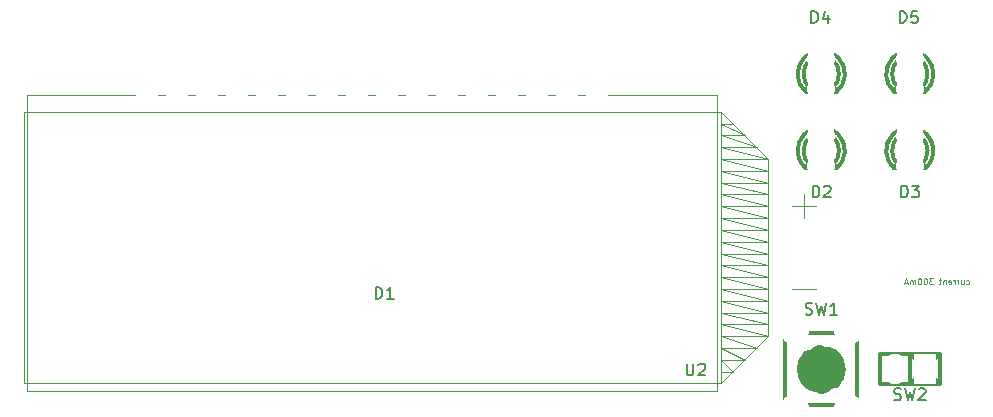
<source format=gbr>
%TF.GenerationSoftware,KiCad,Pcbnew,0.201511041201+6297~30~ubuntu15.04.1-product*%
%TF.CreationDate,2015-11-12T00:09:16+01:00*%
%TF.ProjectId,gp8-clock,6770382D636C6F636B2E6B696361645F,rev?*%
%TF.FileFunction,Legend,Top*%
%FSLAX46Y46*%
G04 Gerber Fmt 4.6, Leading zero omitted, Abs format (unit mm)*
G04 Created by KiCad (PCBNEW 0.201511041201+6297~30~ubuntu15.04.1-product) date czw, 12 lis 2015, 00:09:16*
%MOMM*%
G01*
G04 APERTURE LIST*
%ADD10C,0.100000*%
%ADD11C,0.050800*%
%ADD12C,0.299720*%
%ADD13C,0.304800*%
%ADD14C,2.540000*%
%ADD15C,0.150000*%
%ADD16C,2.398980*%
%ADD17R,1.898600X1.349960*%
%ADD18O,1.898600X1.349960*%
%ADD19R,2.599640X1.924000*%
%ADD20O,2.599640X1.924000*%
%ADD21C,1.197560*%
%ADD22C,1.924000*%
%ADD23C,1.400760*%
%ADD24R,1.924000X2.599640*%
%ADD25O,1.924000X2.599640*%
G04 APERTURE END LIST*
D10*
D11*
X187149620Y-105996619D02*
X187198001Y-106020810D01*
X187294763Y-106020810D01*
X187343144Y-105996619D01*
X187367335Y-105972429D01*
X187391525Y-105924048D01*
X187391525Y-105778905D01*
X187367335Y-105730524D01*
X187343144Y-105706333D01*
X187294763Y-105682143D01*
X187198001Y-105682143D01*
X187149620Y-105706333D01*
X186714191Y-105682143D02*
X186714191Y-106020810D01*
X186931906Y-105682143D02*
X186931906Y-105948238D01*
X186907715Y-105996619D01*
X186859334Y-106020810D01*
X186786763Y-106020810D01*
X186738382Y-105996619D01*
X186714191Y-105972429D01*
X186472287Y-106020810D02*
X186472287Y-105682143D01*
X186472287Y-105778905D02*
X186448096Y-105730524D01*
X186423906Y-105706333D01*
X186375525Y-105682143D01*
X186327144Y-105682143D01*
X186157811Y-106020810D02*
X186157811Y-105682143D01*
X186157811Y-105778905D02*
X186133620Y-105730524D01*
X186109430Y-105706333D01*
X186061049Y-105682143D01*
X186012668Y-105682143D01*
X185649811Y-105996619D02*
X185698192Y-106020810D01*
X185794954Y-106020810D01*
X185843335Y-105996619D01*
X185867525Y-105948238D01*
X185867525Y-105754714D01*
X185843335Y-105706333D01*
X185794954Y-105682143D01*
X185698192Y-105682143D01*
X185649811Y-105706333D01*
X185625620Y-105754714D01*
X185625620Y-105803095D01*
X185867525Y-105851476D01*
X185407906Y-105682143D02*
X185407906Y-106020810D01*
X185407906Y-105730524D02*
X185383715Y-105706333D01*
X185335334Y-105682143D01*
X185262763Y-105682143D01*
X185214382Y-105706333D01*
X185190191Y-105754714D01*
X185190191Y-106020810D01*
X185020858Y-105682143D02*
X184827334Y-105682143D01*
X184948287Y-105512810D02*
X184948287Y-105948238D01*
X184924096Y-105996619D01*
X184875715Y-106020810D01*
X184827334Y-106020810D01*
X184319334Y-105512810D02*
X184004857Y-105512810D01*
X184174191Y-105706333D01*
X184101619Y-105706333D01*
X184053238Y-105730524D01*
X184029048Y-105754714D01*
X184004857Y-105803095D01*
X184004857Y-105924048D01*
X184029048Y-105972429D01*
X184053238Y-105996619D01*
X184101619Y-106020810D01*
X184246762Y-106020810D01*
X184295143Y-105996619D01*
X184319334Y-105972429D01*
X183690381Y-105512810D02*
X183642000Y-105512810D01*
X183593619Y-105537000D01*
X183569428Y-105561190D01*
X183545238Y-105609571D01*
X183521047Y-105706333D01*
X183521047Y-105827286D01*
X183545238Y-105924048D01*
X183569428Y-105972429D01*
X183593619Y-105996619D01*
X183642000Y-106020810D01*
X183690381Y-106020810D01*
X183738762Y-105996619D01*
X183762952Y-105972429D01*
X183787143Y-105924048D01*
X183811333Y-105827286D01*
X183811333Y-105706333D01*
X183787143Y-105609571D01*
X183762952Y-105561190D01*
X183738762Y-105537000D01*
X183690381Y-105512810D01*
X183206571Y-105512810D02*
X183158190Y-105512810D01*
X183109809Y-105537000D01*
X183085618Y-105561190D01*
X183061428Y-105609571D01*
X183037237Y-105706333D01*
X183037237Y-105827286D01*
X183061428Y-105924048D01*
X183085618Y-105972429D01*
X183109809Y-105996619D01*
X183158190Y-106020810D01*
X183206571Y-106020810D01*
X183254952Y-105996619D01*
X183279142Y-105972429D01*
X183303333Y-105924048D01*
X183327523Y-105827286D01*
X183327523Y-105706333D01*
X183303333Y-105609571D01*
X183279142Y-105561190D01*
X183254952Y-105537000D01*
X183206571Y-105512810D01*
X182819523Y-106020810D02*
X182819523Y-105682143D01*
X182819523Y-105730524D02*
X182795332Y-105706333D01*
X182746951Y-105682143D01*
X182674380Y-105682143D01*
X182625999Y-105706333D01*
X182601808Y-105754714D01*
X182601808Y-106020810D01*
X182601808Y-105754714D02*
X182577618Y-105706333D01*
X182529237Y-105682143D01*
X182456665Y-105682143D01*
X182408285Y-105706333D01*
X182384094Y-105754714D01*
X182384094Y-106020810D01*
X182166380Y-105875667D02*
X181924475Y-105875667D01*
X182214761Y-106020810D02*
X182045428Y-105512810D01*
X181876094Y-106020810D01*
D12*
X176164640Y-96219760D02*
G75*
G03X176362760Y-93400360I-1310640J1508760D01*
G01*
X173352860Y-93380040D02*
G75*
G03X173523040Y-96212140I1501140J-1330960D01*
G01*
X176852980Y-94711000D02*
G75*
G03X174854000Y-92712020I-1998980J0D01*
G01*
X174854000Y-92712020D02*
G75*
G03X172855020Y-94711000I0J-1998980D01*
G01*
X173352860Y-96011480D02*
X176355140Y-96011480D01*
X173553520Y-96212140D02*
X176154480Y-96212140D01*
X176355140Y-94711000D02*
G75*
G03X176355140Y-94711000I-1501140J0D01*
G01*
X183664640Y-96219760D02*
G75*
G03X183862760Y-93400360I-1310640J1508760D01*
G01*
X180852860Y-93380040D02*
G75*
G03X181023040Y-96212140I1501140J-1330960D01*
G01*
X184352980Y-94711000D02*
G75*
G03X182354000Y-92712020I-1998980J0D01*
G01*
X182354000Y-92712020D02*
G75*
G03X180355020Y-94711000I0J-1998980D01*
G01*
X180852860Y-96011480D02*
X183855140Y-96011480D01*
X181053520Y-96212140D02*
X183654480Y-96212140D01*
X183855140Y-94711000D02*
G75*
G03X183855140Y-94711000I-1501140J0D01*
G01*
X176164640Y-89719760D02*
G75*
G03X176362760Y-86900360I-1310640J1508760D01*
G01*
X173352860Y-86880040D02*
G75*
G03X173523040Y-89712140I1501140J-1330960D01*
G01*
X176852980Y-88211000D02*
G75*
G03X174854000Y-86212020I-1998980J0D01*
G01*
X174854000Y-86212020D02*
G75*
G03X172855020Y-88211000I0J-1998980D01*
G01*
X173352860Y-89511480D02*
X176355140Y-89511480D01*
X173553520Y-89712140D02*
X176154480Y-89712140D01*
X176355140Y-88211000D02*
G75*
G03X176355140Y-88211000I-1501140J0D01*
G01*
X183664640Y-89719760D02*
G75*
G03X183862760Y-86900360I-1310640J1508760D01*
G01*
X180852860Y-86880040D02*
G75*
G03X181023040Y-89712140I1501140J-1330960D01*
G01*
X184352980Y-88211000D02*
G75*
G03X182354000Y-86212020I-1998980J0D01*
G01*
X182354000Y-86212020D02*
G75*
G03X180355020Y-88211000I0J-1998980D01*
G01*
X180852860Y-89511480D02*
X183855140Y-89511480D01*
X181053520Y-89712140D02*
X183654480Y-89712140D01*
X183855140Y-88211000D02*
G75*
G03X183855140Y-88211000I-1501140J0D01*
G01*
D13*
X171806000Y-110163000D02*
X177902000Y-110163000D01*
X177902000Y-110163000D02*
X177902000Y-116259000D01*
X177902000Y-116259000D02*
X171806000Y-116259000D01*
X171806000Y-116259000D02*
X171806000Y-110163000D01*
D14*
X175657219Y-113211000D02*
G75*
G03X175657219Y-113211000I-803219J0D01*
G01*
D10*
X166064000Y-90011000D02*
X107644000Y-90011000D01*
X107644000Y-90011000D02*
X107644000Y-115011000D01*
X166064000Y-115011000D02*
X107644000Y-115011000D01*
X166064000Y-90011000D02*
X166064000Y-115011000D01*
X167374000Y-92411000D02*
X166374000Y-92411000D01*
X166374000Y-92411000D02*
X168374000Y-93411000D01*
X168374000Y-93411000D02*
X166374000Y-93411000D01*
X166374000Y-93411000D02*
X169374000Y-94411000D01*
X169374000Y-94411000D02*
X166374000Y-94411000D01*
X166374000Y-94411000D02*
X170374000Y-95411000D01*
X170374000Y-95411000D02*
X166374000Y-95411000D01*
X166374000Y-95411000D02*
X170374000Y-96411000D01*
X170374000Y-96411000D02*
X166374000Y-96411000D01*
X166374000Y-96411000D02*
X170374000Y-97411000D01*
X170374000Y-97411000D02*
X166374000Y-97411000D01*
X166374000Y-97411000D02*
X170374000Y-98411000D01*
X170374000Y-98411000D02*
X166374000Y-98411000D01*
X166374000Y-98411000D02*
X170374000Y-99411000D01*
X170374000Y-99411000D02*
X166374000Y-99411000D01*
X166374000Y-99411000D02*
X170374000Y-100411000D01*
X170374000Y-100411000D02*
X166374000Y-100411000D01*
X166374000Y-100411000D02*
X170374000Y-101411000D01*
X170374000Y-101411000D02*
X166374000Y-101411000D01*
X166374000Y-101411000D02*
X170374000Y-102411000D01*
X170374000Y-102411000D02*
X166374000Y-102411000D01*
X166374000Y-102411000D02*
X170374000Y-103411000D01*
X170374000Y-103411000D02*
X166374000Y-103411000D01*
X166374000Y-103411000D02*
X170374000Y-104411000D01*
X170374000Y-104411000D02*
X166374000Y-104411000D01*
X166374000Y-104411000D02*
X170374000Y-105411000D01*
X170374000Y-105411000D02*
X166374000Y-105411000D01*
X166374000Y-105411000D02*
X170374000Y-106411000D01*
X170374000Y-106411000D02*
X166374000Y-106411000D01*
X166374000Y-106411000D02*
X170374000Y-107411000D01*
X170374000Y-107411000D02*
X166374000Y-107411000D01*
X166374000Y-107411000D02*
X170374000Y-108411000D01*
X170374000Y-108411000D02*
X166374000Y-108411000D01*
X166374000Y-108411000D02*
X170374000Y-109411000D01*
X170374000Y-109411000D02*
X166374000Y-109411000D01*
X166374000Y-109411000D02*
X170374000Y-110411000D01*
X170374000Y-110411000D02*
X166374000Y-110411000D01*
X166374000Y-110411000D02*
X169374000Y-111411000D01*
X169374000Y-111411000D02*
X166374000Y-111411000D01*
X166374000Y-111411000D02*
X168374000Y-112411000D01*
X168374000Y-112411000D02*
X166374000Y-112411000D01*
X166374000Y-112411000D02*
X167374000Y-113411000D01*
X167374000Y-113411000D02*
X166374000Y-113411000D01*
X172374000Y-106411000D02*
X174374000Y-106411000D01*
X173374000Y-98411000D02*
X173374000Y-100411000D01*
X172374000Y-99411000D02*
X174374000Y-99411000D01*
X166374000Y-91411000D02*
X166374000Y-114411000D01*
X166374000Y-91411000D02*
X170374000Y-95411000D01*
X166374000Y-114411000D02*
X170374000Y-110411000D01*
X170374000Y-110411000D02*
X170374000Y-105411000D01*
X170374000Y-95411000D02*
X170374000Y-105411000D01*
X107374000Y-114411000D02*
X166374000Y-114411000D01*
X107374000Y-91411000D02*
X166374000Y-91411000D01*
X107374000Y-114411000D02*
X107374000Y-91411000D01*
D13*
X182354000Y-114481000D02*
X182354000Y-111941000D01*
X182354000Y-111941000D02*
X184894000Y-114481000D01*
X184894000Y-111941000D02*
X182354000Y-114481000D01*
X179814000Y-111941000D02*
X184894000Y-111941000D01*
X184894000Y-114481000D02*
X179814000Y-114481000D01*
X184894000Y-111941000D02*
X184894000Y-114481000D01*
X179814000Y-114481000D02*
X179814000Y-111941000D01*
D15*
X174115905Y-98663381D02*
X174115905Y-97663381D01*
X174354000Y-97663381D01*
X174496858Y-97711000D01*
X174592096Y-97806238D01*
X174639715Y-97901476D01*
X174687334Y-98091952D01*
X174687334Y-98234810D01*
X174639715Y-98425286D01*
X174592096Y-98520524D01*
X174496858Y-98615762D01*
X174354000Y-98663381D01*
X174115905Y-98663381D01*
X175068286Y-97758619D02*
X175115905Y-97711000D01*
X175211143Y-97663381D01*
X175449239Y-97663381D01*
X175544477Y-97711000D01*
X175592096Y-97758619D01*
X175639715Y-97853857D01*
X175639715Y-97949095D01*
X175592096Y-98091952D01*
X175020667Y-98663381D01*
X175639715Y-98663381D01*
X181615905Y-98663381D02*
X181615905Y-97663381D01*
X181854000Y-97663381D01*
X181996858Y-97711000D01*
X182092096Y-97806238D01*
X182139715Y-97901476D01*
X182187334Y-98091952D01*
X182187334Y-98234810D01*
X182139715Y-98425286D01*
X182092096Y-98520524D01*
X181996858Y-98615762D01*
X181854000Y-98663381D01*
X181615905Y-98663381D01*
X182520667Y-97663381D02*
X183139715Y-97663381D01*
X182806381Y-98044333D01*
X182949239Y-98044333D01*
X183044477Y-98091952D01*
X183092096Y-98139571D01*
X183139715Y-98234810D01*
X183139715Y-98472905D01*
X183092096Y-98568143D01*
X183044477Y-98615762D01*
X182949239Y-98663381D01*
X182663524Y-98663381D01*
X182568286Y-98615762D01*
X182520667Y-98568143D01*
X174013905Y-83891381D02*
X174013905Y-82891381D01*
X174252000Y-82891381D01*
X174394858Y-82939000D01*
X174490096Y-83034238D01*
X174537715Y-83129476D01*
X174585334Y-83319952D01*
X174585334Y-83462810D01*
X174537715Y-83653286D01*
X174490096Y-83748524D01*
X174394858Y-83843762D01*
X174252000Y-83891381D01*
X174013905Y-83891381D01*
X175442477Y-83224714D02*
X175442477Y-83891381D01*
X175204381Y-82843762D02*
X174966286Y-83558048D01*
X175585334Y-83558048D01*
X181506905Y-83891381D02*
X181506905Y-82891381D01*
X181745000Y-82891381D01*
X181887858Y-82939000D01*
X181983096Y-83034238D01*
X182030715Y-83129476D01*
X182078334Y-83319952D01*
X182078334Y-83462810D01*
X182030715Y-83653286D01*
X181983096Y-83748524D01*
X181887858Y-83843762D01*
X181745000Y-83891381D01*
X181506905Y-83891381D01*
X182983096Y-82891381D02*
X182506905Y-82891381D01*
X182459286Y-83367571D01*
X182506905Y-83319952D01*
X182602143Y-83272333D01*
X182840239Y-83272333D01*
X182935477Y-83319952D01*
X182983096Y-83367571D01*
X183030715Y-83462810D01*
X183030715Y-83700905D01*
X182983096Y-83796143D01*
X182935477Y-83843762D01*
X182840239Y-83891381D01*
X182602143Y-83891381D01*
X182506905Y-83843762D01*
X182459286Y-83796143D01*
X173520667Y-108535762D02*
X173663524Y-108583381D01*
X173901620Y-108583381D01*
X173996858Y-108535762D01*
X174044477Y-108488143D01*
X174092096Y-108392905D01*
X174092096Y-108297667D01*
X174044477Y-108202429D01*
X173996858Y-108154810D01*
X173901620Y-108107190D01*
X173711143Y-108059571D01*
X173615905Y-108011952D01*
X173568286Y-107964333D01*
X173520667Y-107869095D01*
X173520667Y-107773857D01*
X173568286Y-107678619D01*
X173615905Y-107631000D01*
X173711143Y-107583381D01*
X173949239Y-107583381D01*
X174092096Y-107631000D01*
X174425429Y-107583381D02*
X174663524Y-108583381D01*
X174854001Y-107869095D01*
X175044477Y-108583381D01*
X175282572Y-107583381D01*
X176187334Y-108583381D02*
X175615905Y-108583381D01*
X175901619Y-108583381D02*
X175901619Y-107583381D01*
X175806381Y-107726238D01*
X175711143Y-107821476D01*
X175615905Y-107869095D01*
X163449095Y-112736381D02*
X163449095Y-113545905D01*
X163496714Y-113641143D01*
X163544333Y-113688762D01*
X163639571Y-113736381D01*
X163830048Y-113736381D01*
X163925286Y-113688762D01*
X163972905Y-113641143D01*
X164020524Y-113545905D01*
X164020524Y-112736381D01*
X164449095Y-112831619D02*
X164496714Y-112784000D01*
X164591952Y-112736381D01*
X164830048Y-112736381D01*
X164925286Y-112784000D01*
X164972905Y-112831619D01*
X165020524Y-112926857D01*
X165020524Y-113022095D01*
X164972905Y-113164952D01*
X164401476Y-113736381D01*
X165020524Y-113736381D01*
X137115905Y-107243381D02*
X137115905Y-106243381D01*
X137354000Y-106243381D01*
X137496858Y-106291000D01*
X137592096Y-106386238D01*
X137639715Y-106481476D01*
X137687334Y-106671952D01*
X137687334Y-106814810D01*
X137639715Y-107005286D01*
X137592096Y-107100524D01*
X137496858Y-107195762D01*
X137354000Y-107243381D01*
X137115905Y-107243381D01*
X138639715Y-107243381D02*
X138068286Y-107243381D01*
X138354000Y-107243381D02*
X138354000Y-106243381D01*
X138258762Y-106386238D01*
X138163524Y-106481476D01*
X138068286Y-106529095D01*
X181020667Y-115774762D02*
X181163524Y-115822381D01*
X181401620Y-115822381D01*
X181496858Y-115774762D01*
X181544477Y-115727143D01*
X181592096Y-115631905D01*
X181592096Y-115536667D01*
X181544477Y-115441429D01*
X181496858Y-115393810D01*
X181401620Y-115346190D01*
X181211143Y-115298571D01*
X181115905Y-115250952D01*
X181068286Y-115203333D01*
X181020667Y-115108095D01*
X181020667Y-115012857D01*
X181068286Y-114917619D01*
X181115905Y-114870000D01*
X181211143Y-114822381D01*
X181449239Y-114822381D01*
X181592096Y-114870000D01*
X181925429Y-114822381D02*
X182163524Y-115822381D01*
X182354001Y-115108095D01*
X182544477Y-115822381D01*
X182782572Y-114822381D01*
X183115905Y-114917619D02*
X183163524Y-114870000D01*
X183258762Y-114822381D01*
X183496858Y-114822381D01*
X183592096Y-114870000D01*
X183639715Y-114917619D01*
X183687334Y-115012857D01*
X183687334Y-115108095D01*
X183639715Y-115250952D01*
X183068286Y-115822381D01*
X183687334Y-115822381D01*
%LPC*%
D16*
X174854000Y-93441000D03*
X174854000Y-95981000D03*
X182354000Y-93441000D03*
X182354000Y-95981000D03*
X174854000Y-86941000D03*
X174854000Y-89481000D03*
X182354000Y-86941000D03*
X182354000Y-89481000D03*
D17*
X179705000Y-99715320D03*
D18*
X179705000Y-100965000D03*
X179705000Y-102214680D03*
D16*
X172603560Y-109959800D03*
X177104440Y-116462200D03*
X177104440Y-109959800D03*
X172603560Y-116462200D03*
D19*
X103854000Y-104251000D03*
D20*
X103854000Y-101711000D03*
X103854000Y-99171000D03*
D21*
X201453700Y-104397380D03*
X201451160Y-100600080D03*
D22*
X155904000Y-90011000D03*
X153364000Y-90011000D03*
X150824000Y-90011000D03*
X148284000Y-90011000D03*
X145744000Y-90011000D03*
X143204000Y-90011000D03*
X140664000Y-90011000D03*
X138124000Y-90011000D03*
X135584000Y-90011000D03*
X133044000Y-90011000D03*
X130504000Y-90011000D03*
X127964000Y-90011000D03*
X125424000Y-90011000D03*
X122884000Y-90011000D03*
X120344000Y-90011000D03*
X117804000Y-90011000D03*
X173414000Y-101711000D03*
X173414000Y-104251000D03*
D23*
X121539000Y-102349300D03*
X121539000Y-100850700D03*
D24*
X183624000Y-113211000D03*
D25*
X181084000Y-113211000D03*
M02*

</source>
